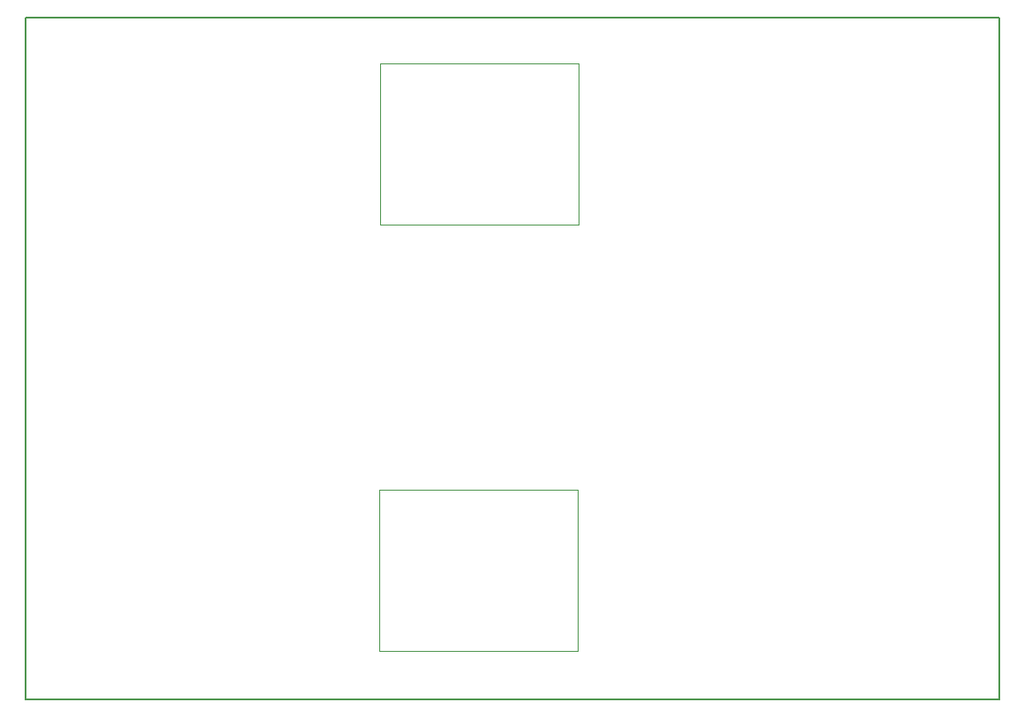
<source format=gbr>
%TF.GenerationSoftware,KiCad,Pcbnew,8.0.0~rc3-9622918c31~176~ubuntu22.04.1*%
%TF.CreationDate,2024-02-20T19:33:40+05:30*%
%TF.ProjectId,digital-amp,64696769-7461-46c2-9d61-6d702e6b6963,rev?*%
%TF.SameCoordinates,Original*%
%TF.FileFunction,Profile,NP*%
%FSLAX46Y46*%
G04 Gerber Fmt 4.6, Leading zero omitted, Abs format (unit mm)*
G04 Created by KiCad (PCBNEW 8.0.0~rc3-9622918c31~176~ubuntu22.04.1) date 2024-02-20 19:33:40*
%MOMM*%
%LPD*%
G01*
G04 APERTURE LIST*
%TA.AperFunction,Profile*%
%ADD10C,0.100000*%
%TD*%
%TA.AperFunction,Profile*%
%ADD11C,0.150000*%
%TD*%
G04 APERTURE END LIST*
D10*
X2000000Y-36300000D02*
X21100000Y-36300000D01*
X21100000Y-51800000D01*
X2000000Y-51800000D01*
X2000000Y-36300000D01*
D11*
X-31970000Y9060000D02*
X61520000Y9060000D01*
X61520000Y-56440000D01*
X-31970000Y-56440000D01*
X-31970000Y9060000D01*
D10*
X2080000Y4640000D02*
X21180000Y4640000D01*
X21180000Y-10860000D01*
X2080000Y-10860000D01*
X2080000Y4640000D01*
M02*

</source>
